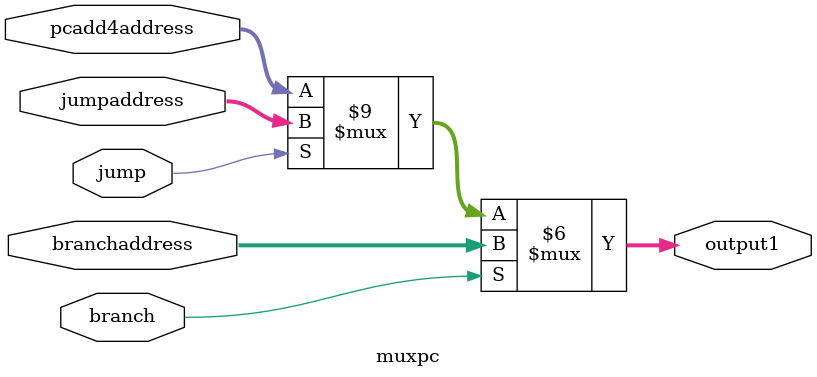
<source format=v>
`timescale 1ns / 1ps


module muxpc(
    input [31:0] jumpaddress,branchaddress,pcadd4address,
    input branch,jump,
    output reg [31:0] output1
    );
    initial begin
    output1=0;
    end
    always @ (*)
    begin
        output1=pcadd4address;
        if(jump==1)
            output1=jumpaddress;
        if(branch==1)
            output1=branchaddress;
    end
endmodule

</source>
